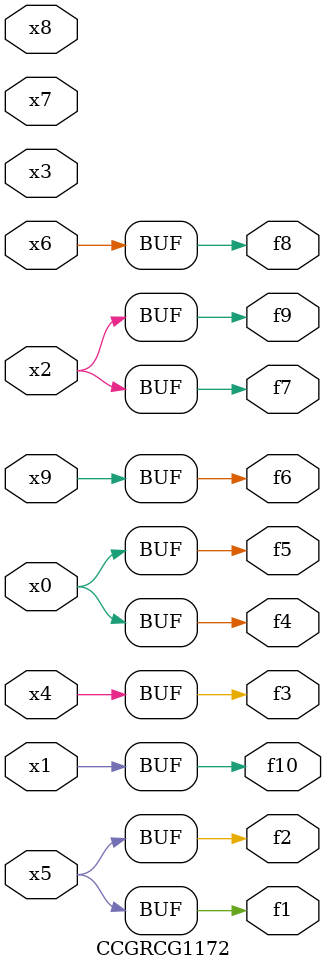
<source format=v>
module CCGRCG1172(
	input x0, x1, x2, x3, x4, x5, x6, x7, x8, x9,
	output f1, f2, f3, f4, f5, f6, f7, f8, f9, f10
);
	assign f1 = x5;
	assign f2 = x5;
	assign f3 = x4;
	assign f4 = x0;
	assign f5 = x0;
	assign f6 = x9;
	assign f7 = x2;
	assign f8 = x6;
	assign f9 = x2;
	assign f10 = x1;
endmodule

</source>
